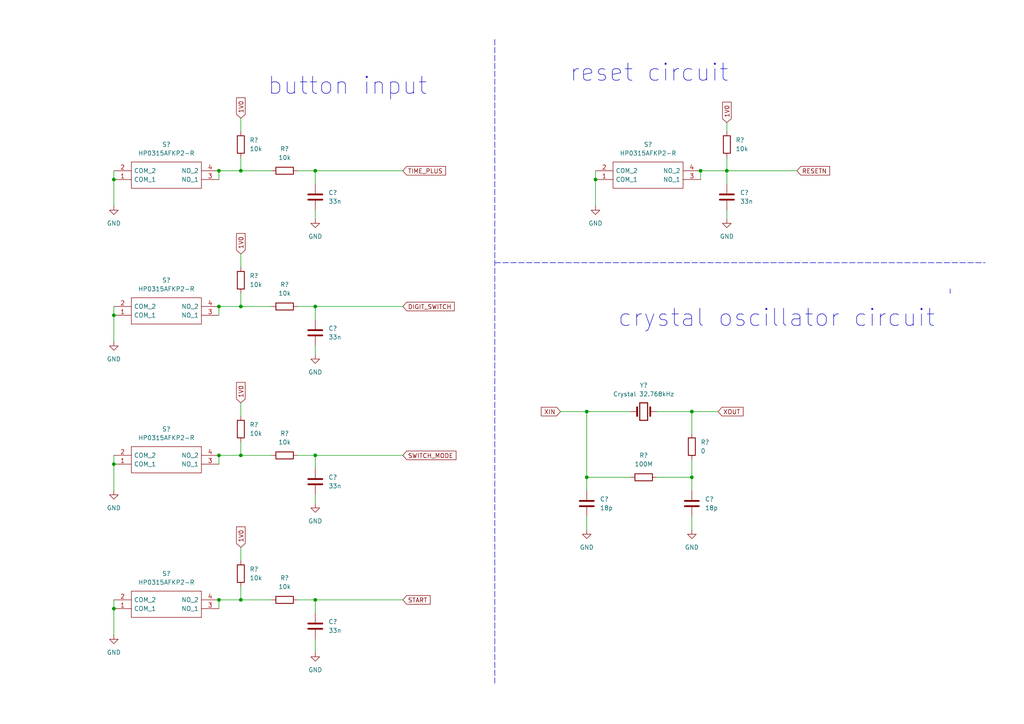
<source format=kicad_sch>
(kicad_sch (version 20211123) (generator eeschema)

  (uuid f56fad20-5dc1-43c8-bc25-76a557f4d699)

  (paper "A4")

  (lib_symbols
    (symbol "Device:C" (pin_numbers hide) (pin_names (offset 0.254)) (in_bom yes) (on_board yes)
      (property "Reference" "C" (id 0) (at 0.635 2.54 0)
        (effects (font (size 1.27 1.27)) (justify left))
      )
      (property "Value" "C" (id 1) (at 0.635 -2.54 0)
        (effects (font (size 1.27 1.27)) (justify left))
      )
      (property "Footprint" "" (id 2) (at 0.9652 -3.81 0)
        (effects (font (size 1.27 1.27)) hide)
      )
      (property "Datasheet" "~" (id 3) (at 0 0 0)
        (effects (font (size 1.27 1.27)) hide)
      )
      (property "ki_keywords" "cap capacitor" (id 4) (at 0 0 0)
        (effects (font (size 1.27 1.27)) hide)
      )
      (property "ki_description" "Unpolarized capacitor" (id 5) (at 0 0 0)
        (effects (font (size 1.27 1.27)) hide)
      )
      (property "ki_fp_filters" "C_*" (id 6) (at 0 0 0)
        (effects (font (size 1.27 1.27)) hide)
      )
      (symbol "C_0_1"
        (polyline
          (pts
            (xy -2.032 -0.762)
            (xy 2.032 -0.762)
          )
          (stroke (width 0.508) (type default) (color 0 0 0 0))
          (fill (type none))
        )
        (polyline
          (pts
            (xy -2.032 0.762)
            (xy 2.032 0.762)
          )
          (stroke (width 0.508) (type default) (color 0 0 0 0))
          (fill (type none))
        )
      )
      (symbol "C_1_1"
        (pin passive line (at 0 3.81 270) (length 2.794)
          (name "~" (effects (font (size 1.27 1.27))))
          (number "1" (effects (font (size 1.27 1.27))))
        )
        (pin passive line (at 0 -3.81 90) (length 2.794)
          (name "~" (effects (font (size 1.27 1.27))))
          (number "2" (effects (font (size 1.27 1.27))))
        )
      )
    )
    (symbol "Device:Crystal" (pin_numbers hide) (pin_names (offset 1.016) hide) (in_bom yes) (on_board yes)
      (property "Reference" "Y" (id 0) (at 0 3.81 0)
        (effects (font (size 1.27 1.27)))
      )
      (property "Value" "Crystal" (id 1) (at 0 -3.81 0)
        (effects (font (size 1.27 1.27)))
      )
      (property "Footprint" "" (id 2) (at 0 0 0)
        (effects (font (size 1.27 1.27)) hide)
      )
      (property "Datasheet" "~" (id 3) (at 0 0 0)
        (effects (font (size 1.27 1.27)) hide)
      )
      (property "ki_keywords" "quartz ceramic resonator oscillator" (id 4) (at 0 0 0)
        (effects (font (size 1.27 1.27)) hide)
      )
      (property "ki_description" "Two pin crystal" (id 5) (at 0 0 0)
        (effects (font (size 1.27 1.27)) hide)
      )
      (property "ki_fp_filters" "Crystal*" (id 6) (at 0 0 0)
        (effects (font (size 1.27 1.27)) hide)
      )
      (symbol "Crystal_0_1"
        (rectangle (start -1.143 2.54) (end 1.143 -2.54)
          (stroke (width 0.3048) (type default) (color 0 0 0 0))
          (fill (type none))
        )
        (polyline
          (pts
            (xy -2.54 0)
            (xy -1.905 0)
          )
          (stroke (width 0) (type default) (color 0 0 0 0))
          (fill (type none))
        )
        (polyline
          (pts
            (xy -1.905 -1.27)
            (xy -1.905 1.27)
          )
          (stroke (width 0.508) (type default) (color 0 0 0 0))
          (fill (type none))
        )
        (polyline
          (pts
            (xy 1.905 -1.27)
            (xy 1.905 1.27)
          )
          (stroke (width 0.508) (type default) (color 0 0 0 0))
          (fill (type none))
        )
        (polyline
          (pts
            (xy 2.54 0)
            (xy 1.905 0)
          )
          (stroke (width 0) (type default) (color 0 0 0 0))
          (fill (type none))
        )
      )
      (symbol "Crystal_1_1"
        (pin passive line (at -3.81 0 0) (length 1.27)
          (name "1" (effects (font (size 1.27 1.27))))
          (number "1" (effects (font (size 1.27 1.27))))
        )
        (pin passive line (at 3.81 0 180) (length 1.27)
          (name "2" (effects (font (size 1.27 1.27))))
          (number "2" (effects (font (size 1.27 1.27))))
        )
      )
    )
    (symbol "Device:R" (pin_numbers hide) (pin_names (offset 0)) (in_bom yes) (on_board yes)
      (property "Reference" "R" (id 0) (at 2.032 0 90)
        (effects (font (size 1.27 1.27)))
      )
      (property "Value" "R" (id 1) (at 0 0 90)
        (effects (font (size 1.27 1.27)))
      )
      (property "Footprint" "" (id 2) (at -1.778 0 90)
        (effects (font (size 1.27 1.27)) hide)
      )
      (property "Datasheet" "~" (id 3) (at 0 0 0)
        (effects (font (size 1.27 1.27)) hide)
      )
      (property "ki_keywords" "R res resistor" (id 4) (at 0 0 0)
        (effects (font (size 1.27 1.27)) hide)
      )
      (property "ki_description" "Resistor" (id 5) (at 0 0 0)
        (effects (font (size 1.27 1.27)) hide)
      )
      (property "ki_fp_filters" "R_*" (id 6) (at 0 0 0)
        (effects (font (size 1.27 1.27)) hide)
      )
      (symbol "R_0_1"
        (rectangle (start -1.016 -2.54) (end 1.016 2.54)
          (stroke (width 0.254) (type default) (color 0 0 0 0))
          (fill (type none))
        )
      )
      (symbol "R_1_1"
        (pin passive line (at 0 3.81 270) (length 1.27)
          (name "~" (effects (font (size 1.27 1.27))))
          (number "1" (effects (font (size 1.27 1.27))))
        )
        (pin passive line (at 0 -3.81 90) (length 1.27)
          (name "~" (effects (font (size 1.27 1.27))))
          (number "2" (effects (font (size 1.27 1.27))))
        )
      )
    )
    (symbol "button:HP0315AFKP2-R" (pin_names (offset 0.762)) (in_bom yes) (on_board yes)
      (property "Reference" "S" (id 0) (at 26.67 7.62 0)
        (effects (font (size 1.27 1.27)) (justify left))
      )
      (property "Value" "HP0315AFKP2-R" (id 1) (at 26.67 5.08 0)
        (effects (font (size 1.27 1.27)) (justify left))
      )
      (property "Footprint" "HP0315AFKP2R" (id 2) (at 26.67 2.54 0)
        (effects (font (size 1.27 1.27)) (justify left) hide)
      )
      (property "Datasheet" "https://www.nkkswitches.com/pdf/HP03-2.pdf" (id 3) (at 26.67 0 0)
        (effects (font (size 1.27 1.27)) (justify left) hide)
      )
      (property "Description" "Tactile Switches SPST OFF-(ON) 3VA BLK FLAT BUTTON SMT" (id 4) (at 26.67 -2.54 0)
        (effects (font (size 1.27 1.27)) (justify left) hide)
      )
      (property "Height" "4.4" (id 5) (at 26.67 -5.08 0)
        (effects (font (size 1.27 1.27)) (justify left) hide)
      )
      (property "Manufacturer_Name" "NKK Switches" (id 6) (at 26.67 -7.62 0)
        (effects (font (size 1.27 1.27)) (justify left) hide)
      )
      (property "Manufacturer_Part_Number" "HP0315AFKP2-R" (id 7) (at 26.67 -10.16 0)
        (effects (font (size 1.27 1.27)) (justify left) hide)
      )
      (property "Mouser Part Number" "633-HP0315AFKP2-R" (id 8) (at 26.67 -12.7 0)
        (effects (font (size 1.27 1.27)) (justify left) hide)
      )
      (property "Mouser Price/Stock" "https://www.mouser.co.uk/ProductDetail/NKK-Switches/HP0315AFKP2-R?qs=Ss9ZrulIkejyAEbL8pdBDg%3D%3D" (id 9) (at 26.67 -15.24 0)
        (effects (font (size 1.27 1.27)) (justify left) hide)
      )
      (property "Arrow Part Number" "HP0315AFKP2-R" (id 10) (at 26.67 -17.78 0)
        (effects (font (size 1.27 1.27)) (justify left) hide)
      )
      (property "Arrow Price/Stock" "https://www.arrow.com/en/products/hp0315afkp2-r/nkk-switches?region=nac" (id 11) (at 26.67 -20.32 0)
        (effects (font (size 1.27 1.27)) (justify left) hide)
      )
      (property "Mouser Testing Part Number" "" (id 12) (at 26.67 -22.86 0)
        (effects (font (size 1.27 1.27)) (justify left) hide)
      )
      (property "Mouser Testing Price/Stock" "" (id 13) (at 26.67 -25.4 0)
        (effects (font (size 1.27 1.27)) (justify left) hide)
      )
      (property "ki_description" "Tactile Switches SPST OFF-(ON) 3VA BLK FLAT BUTTON SMT" (id 14) (at 0 0 0)
        (effects (font (size 1.27 1.27)) hide)
      )
      (symbol "HP0315AFKP2-R_0_0"
        (pin passive line (at 30.48 0 180) (length 5.08)
          (name "COM_1" (effects (font (size 1.27 1.27))))
          (number "1" (effects (font (size 1.27 1.27))))
        )
        (pin passive line (at 30.48 -2.54 180) (length 5.08)
          (name "COM_2" (effects (font (size 1.27 1.27))))
          (number "2" (effects (font (size 1.27 1.27))))
        )
        (pin passive line (at 0 0 0) (length 5.08)
          (name "NO_1" (effects (font (size 1.27 1.27))))
          (number "3" (effects (font (size 1.27 1.27))))
        )
        (pin passive line (at 0 -2.54 0) (length 5.08)
          (name "NO_2" (effects (font (size 1.27 1.27))))
          (number "4" (effects (font (size 1.27 1.27))))
        )
      )
      (symbol "HP0315AFKP2-R_0_1"
        (polyline
          (pts
            (xy 5.08 2.54)
            (xy 25.4 2.54)
            (xy 25.4 -5.08)
            (xy 5.08 -5.08)
            (xy 5.08 2.54)
          )
          (stroke (width 0.1524) (type default) (color 0 0 0 0))
          (fill (type none))
        )
      )
    )
    (symbol "power:GND" (power) (pin_names (offset 0)) (in_bom yes) (on_board yes)
      (property "Reference" "#PWR" (id 0) (at 0 -6.35 0)
        (effects (font (size 1.27 1.27)) hide)
      )
      (property "Value" "GND" (id 1) (at 0 -3.81 0)
        (effects (font (size 1.27 1.27)))
      )
      (property "Footprint" "" (id 2) (at 0 0 0)
        (effects (font (size 1.27 1.27)) hide)
      )
      (property "Datasheet" "" (id 3) (at 0 0 0)
        (effects (font (size 1.27 1.27)) hide)
      )
      (property "ki_keywords" "power-flag" (id 4) (at 0 0 0)
        (effects (font (size 1.27 1.27)) hide)
      )
      (property "ki_description" "Power symbol creates a global label with name \"GND\" , ground" (id 5) (at 0 0 0)
        (effects (font (size 1.27 1.27)) hide)
      )
      (symbol "GND_0_1"
        (polyline
          (pts
            (xy 0 0)
            (xy 0 -1.27)
            (xy 1.27 -1.27)
            (xy 0 -2.54)
            (xy -1.27 -1.27)
            (xy 0 -1.27)
          )
          (stroke (width 0) (type default) (color 0 0 0 0))
          (fill (type none))
        )
      )
      (symbol "GND_1_1"
        (pin power_in line (at 0 0 270) (length 0) hide
          (name "GND" (effects (font (size 1.27 1.27))))
          (number "1" (effects (font (size 1.27 1.27))))
        )
      )
    )
  )

  (junction (at 172.72 52.07) (diameter 0) (color 0 0 0 0)
    (uuid 0279080b-9819-4545-9bd8-a3f1b76bfedd)
  )
  (junction (at 91.44 132.08) (diameter 0) (color 0 0 0 0)
    (uuid 051bf81c-4c74-483d-8c46-b63e75f56c85)
  )
  (junction (at 91.44 173.99) (diameter 0) (color 0 0 0 0)
    (uuid 09989336-cb41-4a74-a163-6c83802b90e8)
  )
  (junction (at 91.44 88.9) (diameter 0) (color 0 0 0 0)
    (uuid 0c5ece8b-b36d-44d1-9add-b27d1b093cbf)
  )
  (junction (at 63.5 88.9) (diameter 0) (color 0 0 0 0)
    (uuid 0d91db5b-74d4-40ac-891e-baddf0946ff9)
  )
  (junction (at 33.02 52.07) (diameter 0) (color 0 0 0 0)
    (uuid 28706b57-4ed9-47a4-8575-1ac164d62f66)
  )
  (junction (at 69.85 88.9) (diameter 0) (color 0 0 0 0)
    (uuid 2c420c5e-e99f-4245-8e11-1f49105843b0)
  )
  (junction (at 91.44 49.53) (diameter 0) (color 0 0 0 0)
    (uuid 34812eaf-67de-4425-8d9c-c9c74229a640)
  )
  (junction (at 203.2 49.53) (diameter 0) (color 0 0 0 0)
    (uuid 4b1062e0-6b6b-4707-be8d-618a7ea99836)
  )
  (junction (at 69.85 49.53) (diameter 0) (color 0 0 0 0)
    (uuid 5dd623c9-3cd6-4648-9b30-2109f4e41536)
  )
  (junction (at 63.5 49.53) (diameter 0) (color 0 0 0 0)
    (uuid 5fa3ae67-254f-42df-9784-05d4cfaec696)
  )
  (junction (at 69.85 132.08) (diameter 0) (color 0 0 0 0)
    (uuid 7f7cacd4-17f5-43a2-90df-74fc62171da4)
  )
  (junction (at 69.85 173.99) (diameter 0) (color 0 0 0 0)
    (uuid 8500626a-0b85-497d-b8e1-b1cc0d5e6dc6)
  )
  (junction (at 170.18 138.43) (diameter 0) (color 0 0 0 0)
    (uuid 8686bf55-3cfd-4c47-9412-7a11478d0c58)
  )
  (junction (at 33.02 91.44) (diameter 0) (color 0 0 0 0)
    (uuid 8b2489f0-c662-4197-b182-78e0aa5f490b)
  )
  (junction (at 170.18 119.38) (diameter 0) (color 0 0 0 0)
    (uuid 9f095c9c-ebe9-48b3-8b1c-eab9e40e819b)
  )
  (junction (at 210.82 49.53) (diameter 0) (color 0 0 0 0)
    (uuid a2f709d2-c62f-4c02-b5b7-274528b69859)
  )
  (junction (at 63.5 173.99) (diameter 0) (color 0 0 0 0)
    (uuid a95c666c-077f-4101-af1d-e5175dc1b9c7)
  )
  (junction (at 200.66 138.43) (diameter 0) (color 0 0 0 0)
    (uuid b7b82d23-0d5d-40f8-9b18-7b0bfce3dcd3)
  )
  (junction (at 63.5 132.08) (diameter 0) (color 0 0 0 0)
    (uuid d10e8ce9-2423-4a73-b09e-761d85a0d056)
  )
  (junction (at 200.66 119.38) (diameter 0) (color 0 0 0 0)
    (uuid da0608b7-c712-4667-ba2d-ee74fcaf413c)
  )
  (junction (at 33.02 176.53) (diameter 0) (color 0 0 0 0)
    (uuid ec8adc7d-91f7-450d-a960-11f896ebe234)
  )
  (junction (at 33.02 134.62) (diameter 0) (color 0 0 0 0)
    (uuid fe238176-047c-4771-9273-88d6ccee0d66)
  )

  (wire (pts (xy 210.82 49.53) (xy 210.82 53.34))
    (stroke (width 0) (type default) (color 0 0 0 0))
    (uuid 02ca7c57-3bdd-4369-bc60-e7b5e6a5bea7)
  )
  (wire (pts (xy 86.36 49.53) (xy 91.44 49.53))
    (stroke (width 0) (type default) (color 0 0 0 0))
    (uuid 0f0d74ca-51b0-4711-a1b5-f0d5f48643bf)
  )
  (wire (pts (xy 33.02 49.53) (xy 33.02 52.07))
    (stroke (width 0) (type default) (color 0 0 0 0))
    (uuid 0f979f06-cba2-4611-a79b-01a1a748d9b6)
  )
  (wire (pts (xy 69.85 128.27) (xy 69.85 132.08))
    (stroke (width 0) (type default) (color 0 0 0 0))
    (uuid 13a09fc5-93c2-4699-aaa1-443a5eed412f)
  )
  (wire (pts (xy 91.44 49.53) (xy 116.84 49.53))
    (stroke (width 0) (type default) (color 0 0 0 0))
    (uuid 17348f23-9841-4c36-aea3-3841a458329f)
  )
  (wire (pts (xy 91.44 88.9) (xy 91.44 92.71))
    (stroke (width 0) (type default) (color 0 0 0 0))
    (uuid 17c7fde1-8fca-4907-8672-b187da80b755)
  )
  (wire (pts (xy 69.85 34.29) (xy 69.85 38.1))
    (stroke (width 0) (type default) (color 0 0 0 0))
    (uuid 1b7524ab-2402-4ad7-9095-bd398c4e2150)
  )
  (polyline (pts (xy 275.59 83.82) (xy 275.59 85.09))
    (stroke (width 0) (type default) (color 0 0 0 0))
    (uuid 1d12ef40-cd7e-43a8-9fce-e2fe5391065f)
  )

  (wire (pts (xy 200.66 149.86) (xy 200.66 153.67))
    (stroke (width 0) (type default) (color 0 0 0 0))
    (uuid 220a0dba-0c8a-46dc-9f61-278166a78cfc)
  )
  (wire (pts (xy 63.5 88.9) (xy 63.5 91.44))
    (stroke (width 0) (type default) (color 0 0 0 0))
    (uuid 256d6d93-9675-4848-ba0d-0711eb37f8c5)
  )
  (wire (pts (xy 69.85 173.99) (xy 78.74 173.99))
    (stroke (width 0) (type default) (color 0 0 0 0))
    (uuid 27283fa7-19f5-478d-8a60-361fb15555af)
  )
  (wire (pts (xy 91.44 132.08) (xy 91.44 135.89))
    (stroke (width 0) (type default) (color 0 0 0 0))
    (uuid 2cf0c94e-9219-4909-8973-30bdd24d11ae)
  )
  (wire (pts (xy 200.66 119.38) (xy 208.28 119.38))
    (stroke (width 0) (type default) (color 0 0 0 0))
    (uuid 2e3427ee-e597-4ad3-8779-44337e1c2156)
  )
  (wire (pts (xy 91.44 173.99) (xy 91.44 177.8))
    (stroke (width 0) (type default) (color 0 0 0 0))
    (uuid 2fa9cce0-5502-428b-bdb5-ebf8aa2f7bc6)
  )
  (wire (pts (xy 91.44 60.96) (xy 91.44 63.5))
    (stroke (width 0) (type default) (color 0 0 0 0))
    (uuid 318483b5-eb7a-4d14-bd6b-b3dccffcfd8c)
  )
  (wire (pts (xy 91.44 88.9) (xy 116.84 88.9))
    (stroke (width 0) (type default) (color 0 0 0 0))
    (uuid 33c76641-9b88-4685-8fc0-ca4a4044bc03)
  )
  (wire (pts (xy 69.85 88.9) (xy 78.74 88.9))
    (stroke (width 0) (type default) (color 0 0 0 0))
    (uuid 3abb356f-34f4-4b91-8265-5bf313e0c704)
  )
  (wire (pts (xy 200.66 119.38) (xy 200.66 125.73))
    (stroke (width 0) (type default) (color 0 0 0 0))
    (uuid 3cb16070-82c5-4e4b-86d8-b3be17cdb49b)
  )
  (wire (pts (xy 86.36 173.99) (xy 91.44 173.99))
    (stroke (width 0) (type default) (color 0 0 0 0))
    (uuid 3d01cf58-3428-4c8d-825b-20f89ccf7c40)
  )
  (wire (pts (xy 69.85 170.18) (xy 69.85 173.99))
    (stroke (width 0) (type default) (color 0 0 0 0))
    (uuid 416db674-4e0d-41f1-8c3c-d5c1026857e6)
  )
  (wire (pts (xy 91.44 132.08) (xy 116.84 132.08))
    (stroke (width 0) (type default) (color 0 0 0 0))
    (uuid 465a653f-7fbd-41e2-ba58-ef6c520dae61)
  )
  (wire (pts (xy 63.5 49.53) (xy 69.85 49.53))
    (stroke (width 0) (type default) (color 0 0 0 0))
    (uuid 4a3b8f4a-2f25-42cf-b45f-0d458ab13eeb)
  )
  (wire (pts (xy 210.82 60.96) (xy 210.82 63.5))
    (stroke (width 0) (type default) (color 0 0 0 0))
    (uuid 4b5c5b5f-0fc8-4ca7-bf8d-bc7f6a050d26)
  )
  (wire (pts (xy 91.44 143.51) (xy 91.44 146.05))
    (stroke (width 0) (type default) (color 0 0 0 0))
    (uuid 4f310b99-6308-4e14-9694-3b79779f2f8d)
  )
  (wire (pts (xy 63.5 88.9) (xy 69.85 88.9))
    (stroke (width 0) (type default) (color 0 0 0 0))
    (uuid 4facaf61-9054-4615-96e8-9b6307a5ca8c)
  )
  (wire (pts (xy 170.18 142.24) (xy 170.18 138.43))
    (stroke (width 0) (type default) (color 0 0 0 0))
    (uuid 5c00e4b0-afc0-4058-b04c-a179d6f620d5)
  )
  (wire (pts (xy 69.85 73.66) (xy 69.85 77.47))
    (stroke (width 0) (type default) (color 0 0 0 0))
    (uuid 5f519779-5a7b-480e-ab9d-9b62608f0b75)
  )
  (wire (pts (xy 33.02 91.44) (xy 33.02 99.06))
    (stroke (width 0) (type default) (color 0 0 0 0))
    (uuid 62491df5-1c05-47bb-bbc0-41f1833c695a)
  )
  (wire (pts (xy 91.44 49.53) (xy 91.44 53.34))
    (stroke (width 0) (type default) (color 0 0 0 0))
    (uuid 6258a15d-6d07-429a-a7e7-a5635cfcd29c)
  )
  (wire (pts (xy 170.18 138.43) (xy 170.18 119.38))
    (stroke (width 0) (type default) (color 0 0 0 0))
    (uuid 67de0437-3629-4094-bbc4-6eceec10bb13)
  )
  (wire (pts (xy 63.5 49.53) (xy 63.5 52.07))
    (stroke (width 0) (type default) (color 0 0 0 0))
    (uuid 6b8bf44f-292b-44f1-bee5-85979e86923f)
  )
  (wire (pts (xy 33.02 176.53) (xy 33.02 184.15))
    (stroke (width 0) (type default) (color 0 0 0 0))
    (uuid 6e82088c-30df-4d20-abcc-d22f9557813b)
  )
  (wire (pts (xy 210.82 35.56) (xy 210.82 38.1))
    (stroke (width 0) (type default) (color 0 0 0 0))
    (uuid 6e96c023-06b4-42ef-9957-90d48a0141d2)
  )
  (wire (pts (xy 203.2 49.53) (xy 210.82 49.53))
    (stroke (width 0) (type default) (color 0 0 0 0))
    (uuid 70679fa6-6280-457a-812d-1a97a2b7b143)
  )
  (wire (pts (xy 170.18 119.38) (xy 182.88 119.38))
    (stroke (width 0) (type default) (color 0 0 0 0))
    (uuid 7350b206-1bfd-40c5-9a16-a3fdb257387c)
  )
  (wire (pts (xy 170.18 138.43) (xy 182.88 138.43))
    (stroke (width 0) (type default) (color 0 0 0 0))
    (uuid 7519afd1-5063-4bf8-9f89-9f89f5d53539)
  )
  (wire (pts (xy 190.5 119.38) (xy 200.66 119.38))
    (stroke (width 0) (type default) (color 0 0 0 0))
    (uuid 7877826c-2754-42cb-a45d-5698bf2613d0)
  )
  (wire (pts (xy 33.02 173.99) (xy 33.02 176.53))
    (stroke (width 0) (type default) (color 0 0 0 0))
    (uuid 8320af6c-f7fc-4a21-aabf-9115264cb234)
  )
  (wire (pts (xy 86.36 88.9) (xy 91.44 88.9))
    (stroke (width 0) (type default) (color 0 0 0 0))
    (uuid 868ede82-3183-4c71-ace5-2103f1c385bd)
  )
  (wire (pts (xy 162.56 119.38) (xy 170.18 119.38))
    (stroke (width 0) (type default) (color 0 0 0 0))
    (uuid 8942d20c-b0a7-4e1e-ad0d-328175d22a97)
  )
  (wire (pts (xy 170.18 149.86) (xy 170.18 153.67))
    (stroke (width 0) (type default) (color 0 0 0 0))
    (uuid 8d41d112-8639-4ae3-9bab-4381a269b80b)
  )
  (polyline (pts (xy 143.51 11.43) (xy 143.51 198.12))
    (stroke (width 0) (type default) (color 0 0 0 0))
    (uuid 9f45abe0-04f0-405f-b746-0b2440820288)
  )

  (wire (pts (xy 172.72 49.53) (xy 172.72 52.07))
    (stroke (width 0) (type default) (color 0 0 0 0))
    (uuid a61307fd-a5a6-4ca5-9c8d-4d36292ae030)
  )
  (wire (pts (xy 172.72 52.07) (xy 172.72 59.69))
    (stroke (width 0) (type default) (color 0 0 0 0))
    (uuid aa2176e1-66a2-4f05-a899-9d7c4a6c8feb)
  )
  (wire (pts (xy 91.44 185.42) (xy 91.44 189.23))
    (stroke (width 0) (type default) (color 0 0 0 0))
    (uuid aee6ba6f-079d-4696-96e9-9d18d5488ac2)
  )
  (wire (pts (xy 91.44 100.33) (xy 91.44 102.87))
    (stroke (width 0) (type default) (color 0 0 0 0))
    (uuid b2a40398-b42c-4897-83b6-d93318a13b0b)
  )
  (wire (pts (xy 69.85 116.84) (xy 69.85 120.65))
    (stroke (width 0) (type default) (color 0 0 0 0))
    (uuid b3edaa5f-b9c6-46bc-ba6c-001eee50af71)
  )
  (wire (pts (xy 69.85 85.09) (xy 69.85 88.9))
    (stroke (width 0) (type default) (color 0 0 0 0))
    (uuid b3f53a3f-5c05-41d2-af5e-1fbf81982806)
  )
  (wire (pts (xy 200.66 133.35) (xy 200.66 138.43))
    (stroke (width 0) (type default) (color 0 0 0 0))
    (uuid b5db39db-6afa-49d8-bb7c-4addf65e4f6e)
  )
  (polyline (pts (xy 143.51 76.2) (xy 285.75 76.2))
    (stroke (width 0) (type default) (color 0 0 0 0))
    (uuid c1b42b5d-ce87-476b-9dce-48d935b69286)
  )

  (wire (pts (xy 210.82 49.53) (xy 231.14 49.53))
    (stroke (width 0) (type default) (color 0 0 0 0))
    (uuid c239a002-6289-4990-ab9b-858736f43347)
  )
  (wire (pts (xy 69.85 158.75) (xy 69.85 162.56))
    (stroke (width 0) (type default) (color 0 0 0 0))
    (uuid c36e2ea9-68e5-4981-93e5-a8da9720c0a4)
  )
  (wire (pts (xy 33.02 88.9) (xy 33.02 91.44))
    (stroke (width 0) (type default) (color 0 0 0 0))
    (uuid c398f463-a3bc-4a8c-85e4-4bf5eb42eed6)
  )
  (wire (pts (xy 190.5 138.43) (xy 200.66 138.43))
    (stroke (width 0) (type default) (color 0 0 0 0))
    (uuid c5f77df0-79e2-435b-bce8-5155308ad505)
  )
  (wire (pts (xy 63.5 173.99) (xy 69.85 173.99))
    (stroke (width 0) (type default) (color 0 0 0 0))
    (uuid c9d6de55-c21f-4726-ba32-094aa9f2b7a0)
  )
  (wire (pts (xy 33.02 132.08) (xy 33.02 134.62))
    (stroke (width 0) (type default) (color 0 0 0 0))
    (uuid cb35641f-cc85-4da7-bec9-52d2c66c22e1)
  )
  (wire (pts (xy 200.66 138.43) (xy 200.66 142.24))
    (stroke (width 0) (type default) (color 0 0 0 0))
    (uuid d777b694-181b-4c26-89a0-6f92022cac42)
  )
  (wire (pts (xy 69.85 45.72) (xy 69.85 49.53))
    (stroke (width 0) (type default) (color 0 0 0 0))
    (uuid d8b08fbd-b3a7-4aa4-8803-3ae1200195db)
  )
  (wire (pts (xy 63.5 173.99) (xy 63.5 176.53))
    (stroke (width 0) (type default) (color 0 0 0 0))
    (uuid e52b7d62-31da-496d-9a6f-335b7a003f4c)
  )
  (wire (pts (xy 69.85 49.53) (xy 78.74 49.53))
    (stroke (width 0) (type default) (color 0 0 0 0))
    (uuid e7caa624-9d3e-4433-950d-1abab7ac9c42)
  )
  (wire (pts (xy 69.85 132.08) (xy 78.74 132.08))
    (stroke (width 0) (type default) (color 0 0 0 0))
    (uuid e90a4e5a-fe52-4808-9cd0-b3bcab476f1e)
  )
  (wire (pts (xy 63.5 132.08) (xy 69.85 132.08))
    (stroke (width 0) (type default) (color 0 0 0 0))
    (uuid ea84b9ba-3b25-4ea1-8d96-0766ee5d0584)
  )
  (wire (pts (xy 91.44 173.99) (xy 116.84 173.99))
    (stroke (width 0) (type default) (color 0 0 0 0))
    (uuid ec74039a-336f-41ae-99bb-ff81afcc62e2)
  )
  (wire (pts (xy 33.02 52.07) (xy 33.02 59.69))
    (stroke (width 0) (type default) (color 0 0 0 0))
    (uuid ed4c037e-66f3-4aed-800f-cf15fd24c97a)
  )
  (wire (pts (xy 210.82 45.72) (xy 210.82 49.53))
    (stroke (width 0) (type default) (color 0 0 0 0))
    (uuid f16b0b78-a256-406a-adba-f1ea4fb9c6b8)
  )
  (wire (pts (xy 203.2 49.53) (xy 203.2 52.07))
    (stroke (width 0) (type default) (color 0 0 0 0))
    (uuid f3216c0c-4413-40b2-bceb-09166e0e680c)
  )
  (wire (pts (xy 33.02 134.62) (xy 33.02 142.24))
    (stroke (width 0) (type default) (color 0 0 0 0))
    (uuid f882d314-8073-4a40-921e-a3480cfd3116)
  )
  (wire (pts (xy 86.36 132.08) (xy 91.44 132.08))
    (stroke (width 0) (type default) (color 0 0 0 0))
    (uuid f924e847-3c62-41e9-aac7-85d3f2c132ad)
  )
  (wire (pts (xy 63.5 132.08) (xy 63.5 134.62))
    (stroke (width 0) (type default) (color 0 0 0 0))
    (uuid fe33daa3-5ba3-48e6-b458-d8e311b938d7)
  )

  (text "crystal oscillator circuit" (at 179.07 95.25 0)
    (effects (font (size 5 5)) (justify left bottom))
    (uuid 34af3063-c05a-46f5-8742-f5bd593b2163)
  )
  (text "reset circuit" (at 165.1 24.13 0)
    (effects (font (size 5 5)) (justify left bottom))
    (uuid 9ff25d0b-4034-4234-b097-e2d7ae6a5bc0)
  )
  (text "button input" (at 77.47 27.94 0)
    (effects (font (size 5 5)) (justify left bottom))
    (uuid b5303404-20dc-4c3f-912a-c39537619bb1)
  )

  (global_label "SWITCH_MODE" (shape input) (at 116.84 132.08 0) (fields_autoplaced)
    (effects (font (size 1.27 1.27)) (justify left))
    (uuid 2fa656b0-c11e-4b37-b340-c5619d4f25e9)
    (property "Intersheet References" "${INTERSHEET_REFS}" (id 0) (at 132.2555 132.0006 0)
      (effects (font (size 1.27 1.27)) (justify left) hide)
    )
  )
  (global_label "RESETN" (shape input) (at 231.14 49.53 0) (fields_autoplaced)
    (effects (font (size 1.27 1.27)) (justify left))
    (uuid 2fb5eee8-561a-4909-8be1-0216adfca29d)
    (property "Intersheet References" "${INTERSHEET_REFS}" (id 0) (at 240.6288 49.4506 0)
      (effects (font (size 1.27 1.27)) (justify left) hide)
    )
  )
  (global_label "TIME_PLUS" (shape input) (at 116.84 49.53 0) (fields_autoplaced)
    (effects (font (size 1.27 1.27)) (justify left))
    (uuid 6674a250-02e1-41c4-9946-2e32c241d319)
    (property "Intersheet References" "${INTERSHEET_REFS}" (id 0) (at 129.2317 49.4506 0)
      (effects (font (size 1.27 1.27)) (justify left) hide)
    )
  )
  (global_label "1V0" (shape input) (at 210.82 35.56 90) (fields_autoplaced)
    (effects (font (size 1.27 1.27)) (justify left))
    (uuid 848ef78b-53f0-4736-a20c-f266c685a91b)
    (property "Intersheet References" "${INTERSHEET_REFS}" (id 0) (at 210.7406 29.6393 90)
      (effects (font (size 1.27 1.27)) (justify left) hide)
    )
  )
  (global_label "1V0" (shape input) (at 69.85 116.84 90) (fields_autoplaced)
    (effects (font (size 1.27 1.27)) (justify left))
    (uuid 8c50642e-7dc4-4edd-8f55-f4e55e0ac59f)
    (property "Intersheet References" "${INTERSHEET_REFS}" (id 0) (at 69.7706 110.9193 90)
      (effects (font (size 1.27 1.27)) (justify left) hide)
    )
  )
  (global_label "DIGIT_SWITCH" (shape input) (at 116.84 88.9 0) (fields_autoplaced)
    (effects (font (size 1.27 1.27)) (justify left))
    (uuid 8d386f39-1211-4307-a2f2-03ecdd277bce)
    (property "Intersheet References" "${INTERSHEET_REFS}" (id 0) (at 131.7717 88.8206 0)
      (effects (font (size 1.27 1.27)) (justify left) hide)
    )
  )
  (global_label "XIN" (shape input) (at 162.56 119.38 180) (fields_autoplaced)
    (effects (font (size 1.27 1.27)) (justify right))
    (uuid 8f1ecbc5-3352-47ca-9c1c-6581f2e7e401)
    (property "Intersheet References" "${INTERSHEET_REFS}" (id 0) (at 157.0021 119.3006 0)
      (effects (font (size 1.27 1.27)) (justify right) hide)
    )
  )
  (global_label "1V0" (shape input) (at 69.85 158.75 90) (fields_autoplaced)
    (effects (font (size 1.27 1.27)) (justify left))
    (uuid a1563f3e-868f-4e70-b771-0cb720a00b5f)
    (property "Intersheet References" "${INTERSHEET_REFS}" (id 0) (at 69.7706 152.8293 90)
      (effects (font (size 1.27 1.27)) (justify left) hide)
    )
  )
  (global_label "1V0" (shape input) (at 69.85 34.29 90) (fields_autoplaced)
    (effects (font (size 1.27 1.27)) (justify left))
    (uuid a3f73c2b-a742-46c2-bede-bab7ddec76ee)
    (property "Intersheet References" "${INTERSHEET_REFS}" (id 0) (at 69.7706 28.3693 90)
      (effects (font (size 1.27 1.27)) (justify left) hide)
    )
  )
  (global_label "XOUT" (shape input) (at 208.28 119.38 0) (fields_autoplaced)
    (effects (font (size 1.27 1.27)) (justify left))
    (uuid b213aa75-f50f-4ba5-84e0-14be9cc67fe1)
    (property "Intersheet References" "${INTERSHEET_REFS}" (id 0) (at 215.5312 119.3006 0)
      (effects (font (size 1.27 1.27)) (justify left) hide)
    )
  )
  (global_label "START" (shape input) (at 116.84 173.99 0) (fields_autoplaced)
    (effects (font (size 1.27 1.27)) (justify left))
    (uuid d1ddde8c-9fcf-4ac2-8a5f-11c08613e56f)
    (property "Intersheet References" "${INTERSHEET_REFS}" (id 0) (at 124.7564 173.9106 0)
      (effects (font (size 1.27 1.27)) (justify left) hide)
    )
  )
  (global_label "1V0" (shape input) (at 69.85 73.66 90) (fields_autoplaced)
    (effects (font (size 1.27 1.27)) (justify left))
    (uuid dee80f21-e302-4a34-ac7e-af5162becafc)
    (property "Intersheet References" "${INTERSHEET_REFS}" (id 0) (at 69.7706 67.7393 90)
      (effects (font (size 1.27 1.27)) (justify left) hide)
    )
  )

  (symbol (lib_id "Device:C") (at 91.44 96.52 0) (unit 1)
    (in_bom yes) (on_board yes) (fields_autoplaced)
    (uuid 00f76b68-eb38-4aea-810f-3961c90f80b9)
    (property "Reference" "C?" (id 0) (at 95.25 95.2499 0)
      (effects (font (size 1.27 1.27)) (justify left))
    )
    (property "Value" "33n" (id 1) (at 95.25 97.7899 0)
      (effects (font (size 1.27 1.27)) (justify left))
    )
    (property "Footprint" "Capacitor_SMD:C_1206_3216Metric" (id 2) (at 92.4052 100.33 0)
      (effects (font (size 1.27 1.27)) hide)
    )
    (property "Datasheet" "~" (id 3) (at 91.44 96.52 0)
      (effects (font (size 1.27 1.27)) hide)
    )
    (pin "1" (uuid 99a653e2-dce4-4495-b3cd-60d029e8748c))
    (pin "2" (uuid 7863caa5-94ba-4075-b149-ab7653690a8c))
  )

  (symbol (lib_id "button:HP0315AFKP2-R") (at 63.5 91.44 180) (unit 1)
    (in_bom yes) (on_board yes) (fields_autoplaced)
    (uuid 04d1f505-1e1b-441a-8443-9deaf7661e8f)
    (property "Reference" "S?" (id 0) (at 48.26 81.28 0))
    (property "Value" "HP0315AFKP2-R" (id 1) (at 48.26 83.82 0))
    (property "Footprint" "HP0315AFKP2R" (id 2) (at 36.83 93.98 0)
      (effects (font (size 1.27 1.27)) (justify left) hide)
    )
    (property "Datasheet" "https://www.nkkswitches.com/pdf/HP03-2.pdf" (id 3) (at 36.83 91.44 0)
      (effects (font (size 1.27 1.27)) (justify left) hide)
    )
    (property "Description" "Tactile Switches SPST OFF-(ON) 3VA BLK FLAT BUTTON SMT" (id 4) (at 36.83 88.9 0)
      (effects (font (size 1.27 1.27)) (justify left) hide)
    )
    (property "Height" "4.4" (id 5) (at 36.83 86.36 0)
      (effects (font (size 1.27 1.27)) (justify left) hide)
    )
    (property "Manufacturer_Name" "NKK Switches" (id 6) (at 36.83 83.82 0)
      (effects (font (size 1.27 1.27)) (justify left) hide)
    )
    (property "Manufacturer_Part_Number" "HP0315AFKP2-R" (id 7) (at 36.83 81.28 0)
      (effects (font (size 1.27 1.27)) (justify left) hide)
    )
    (property "Mouser Part Number" "633-HP0315AFKP2-R" (id 8) (at 36.83 78.74 0)
      (effects (font (size 1.27 1.27)) (justify left) hide)
    )
    (property "Mouser Price/Stock" "https://www.mouser.co.uk/ProductDetail/NKK-Switches/HP0315AFKP2-R?qs=Ss9ZrulIkejyAEbL8pdBDg%3D%3D" (id 9) (at 36.83 76.2 0)
      (effects (font (size 1.27 1.27)) (justify left) hide)
    )
    (property "Arrow Part Number" "HP0315AFKP2-R" (id 10) (at 36.83 73.66 0)
      (effects (font (size 1.27 1.27)) (justify left) hide)
    )
    (property "Arrow Price/Stock" "https://www.arrow.com/en/products/hp0315afkp2-r/nkk-switches?region=nac" (id 11) (at 36.83 71.12 0)
      (effects (font (size 1.27 1.27)) (justify left) hide)
    )
    (property "Mouser Testing Part Number" "" (id 12) (at 36.83 68.58 0)
      (effects (font (size 1.27 1.27)) (justify left) hide)
    )
    (property "Mouser Testing Price/Stock" "" (id 13) (at 36.83 66.04 0)
      (effects (font (size 1.27 1.27)) (justify left) hide)
    )
    (pin "1" (uuid e6d0a83c-28e0-485d-bb8e-17d14ff07cb1))
    (pin "2" (uuid 7d901036-7d45-4098-b98f-7703abf2e984))
    (pin "3" (uuid 8a596bf6-6d93-4908-87d0-91794b9614e4))
    (pin "4" (uuid c3a3b2ea-25b3-4685-ada6-bb75a4afb23a))
  )

  (symbol (lib_id "Device:C") (at 200.66 146.05 0) (unit 1)
    (in_bom yes) (on_board yes) (fields_autoplaced)
    (uuid 079cbf04-18c7-4c58-a71b-df55e98d1d81)
    (property "Reference" "C?" (id 0) (at 204.47 144.7799 0)
      (effects (font (size 1.27 1.27)) (justify left))
    )
    (property "Value" "18p" (id 1) (at 204.47 147.3199 0)
      (effects (font (size 1.27 1.27)) (justify left))
    )
    (property "Footprint" "Capacitor_SMD:C_1206_3216Metric" (id 2) (at 201.6252 149.86 0)
      (effects (font (size 1.27 1.27)) hide)
    )
    (property "Datasheet" "~" (id 3) (at 200.66 146.05 0)
      (effects (font (size 1.27 1.27)) hide)
    )
    (pin "1" (uuid 87f6d5af-5b7b-493a-8085-b52463cd3cb5))
    (pin "2" (uuid 95e61cfb-a069-467a-a977-3878af0ad4eb))
  )

  (symbol (lib_id "power:GND") (at 33.02 142.24 0) (unit 1)
    (in_bom yes) (on_board yes) (fields_autoplaced)
    (uuid 0a3854ce-5cce-4af9-9d49-3e31b8d0a45f)
    (property "Reference" "#PWR?" (id 0) (at 33.02 148.59 0)
      (effects (font (size 1.27 1.27)) hide)
    )
    (property "Value" "GND" (id 1) (at 33.02 147.32 0))
    (property "Footprint" "" (id 2) (at 33.02 142.24 0)
      (effects (font (size 1.27 1.27)) hide)
    )
    (property "Datasheet" "" (id 3) (at 33.02 142.24 0)
      (effects (font (size 1.27 1.27)) hide)
    )
    (pin "1" (uuid dfe34da9-60b4-452c-9890-cecd20fad153))
  )

  (symbol (lib_id "Device:R") (at 82.55 49.53 90) (unit 1)
    (in_bom yes) (on_board yes) (fields_autoplaced)
    (uuid 0ea13764-eaa3-4e5d-8c83-0ac0a6cfc795)
    (property "Reference" "R?" (id 0) (at 82.55 43.18 90))
    (property "Value" "10k" (id 1) (at 82.55 45.72 90))
    (property "Footprint" "Resistor_SMD:R_1206_3216Metric" (id 2) (at 82.55 51.308 90)
      (effects (font (size 1.27 1.27)) hide)
    )
    (property "Datasheet" "~" (id 3) (at 82.55 49.53 0)
      (effects (font (size 1.27 1.27)) hide)
    )
    (pin "1" (uuid 03f5c82f-12fe-4dad-96fb-1881fad3a0ac))
    (pin "2" (uuid 7783ba58-6a6d-455f-92e3-82ebe858678a))
  )

  (symbol (lib_id "Device:R") (at 82.55 132.08 90) (unit 1)
    (in_bom yes) (on_board yes) (fields_autoplaced)
    (uuid 1c411985-0871-49e8-86c1-def5750c02c8)
    (property "Reference" "R?" (id 0) (at 82.55 125.73 90))
    (property "Value" "10k" (id 1) (at 82.55 128.27 90))
    (property "Footprint" "Resistor_SMD:R_1206_3216Metric" (id 2) (at 82.55 133.858 90)
      (effects (font (size 1.27 1.27)) hide)
    )
    (property "Datasheet" "~" (id 3) (at 82.55 132.08 0)
      (effects (font (size 1.27 1.27)) hide)
    )
    (pin "1" (uuid a6f28b6c-e11b-4d98-ad1a-b26065ac6928))
    (pin "2" (uuid 551ea713-f56a-4aea-a186-b4ec3198c2c5))
  )

  (symbol (lib_id "power:GND") (at 91.44 146.05 0) (unit 1)
    (in_bom yes) (on_board yes) (fields_autoplaced)
    (uuid 1d19ff03-edd0-43aa-b3d8-0e55d3660c91)
    (property "Reference" "#PWR?" (id 0) (at 91.44 152.4 0)
      (effects (font (size 1.27 1.27)) hide)
    )
    (property "Value" "GND" (id 1) (at 91.44 151.13 0))
    (property "Footprint" "" (id 2) (at 91.44 146.05 0)
      (effects (font (size 1.27 1.27)) hide)
    )
    (property "Datasheet" "" (id 3) (at 91.44 146.05 0)
      (effects (font (size 1.27 1.27)) hide)
    )
    (pin "1" (uuid 4d4f9c56-d925-4c61-a09f-7736b7ebcda3))
  )

  (symbol (lib_id "Device:C") (at 170.18 146.05 0) (unit 1)
    (in_bom yes) (on_board yes) (fields_autoplaced)
    (uuid 20b2f0be-3edb-4fc3-9237-865c0668c6a7)
    (property "Reference" "C?" (id 0) (at 173.99 144.7799 0)
      (effects (font (size 1.27 1.27)) (justify left))
    )
    (property "Value" "18p" (id 1) (at 173.99 147.3199 0)
      (effects (font (size 1.27 1.27)) (justify left))
    )
    (property "Footprint" "Capacitor_SMD:C_1206_3216Metric" (id 2) (at 171.1452 149.86 0)
      (effects (font (size 1.27 1.27)) hide)
    )
    (property "Datasheet" "~" (id 3) (at 170.18 146.05 0)
      (effects (font (size 1.27 1.27)) hide)
    )
    (pin "1" (uuid c4942760-a4ed-4ace-8825-f8ed26dd961c))
    (pin "2" (uuid e1637ca6-fc23-45b9-ae4e-7a87b7adc5ed))
  )

  (symbol (lib_id "power:GND") (at 170.18 153.67 0) (unit 1)
    (in_bom yes) (on_board yes) (fields_autoplaced)
    (uuid 227a7671-4497-412b-8293-e05242b57300)
    (property "Reference" "#PWR?" (id 0) (at 170.18 160.02 0)
      (effects (font (size 1.27 1.27)) hide)
    )
    (property "Value" "GND" (id 1) (at 170.18 158.75 0))
    (property "Footprint" "" (id 2) (at 170.18 153.67 0)
      (effects (font (size 1.27 1.27)) hide)
    )
    (property "Datasheet" "" (id 3) (at 170.18 153.67 0)
      (effects (font (size 1.27 1.27)) hide)
    )
    (pin "1" (uuid 92872002-43a1-4353-8910-5cae66a8cdb1))
  )

  (symbol (lib_id "button:HP0315AFKP2-R") (at 63.5 176.53 180) (unit 1)
    (in_bom yes) (on_board yes) (fields_autoplaced)
    (uuid 25c2e50f-aa4f-4ea9-b6d9-cee6a8651f08)
    (property "Reference" "S?" (id 0) (at 48.26 166.37 0))
    (property "Value" "HP0315AFKP2-R" (id 1) (at 48.26 168.91 0))
    (property "Footprint" "HP0315AFKP2R" (id 2) (at 36.83 179.07 0)
      (effects (font (size 1.27 1.27)) (justify left) hide)
    )
    (property "Datasheet" "https://www.nkkswitches.com/pdf/HP03-2.pdf" (id 3) (at 36.83 176.53 0)
      (effects (font (size 1.27 1.27)) (justify left) hide)
    )
    (property "Description" "Tactile Switches SPST OFF-(ON) 3VA BLK FLAT BUTTON SMT" (id 4) (at 36.83 173.99 0)
      (effects (font (size 1.27 1.27)) (justify left) hide)
    )
    (property "Height" "4.4" (id 5) (at 36.83 171.45 0)
      (effects (font (size 1.27 1.27)) (justify left) hide)
    )
    (property "Manufacturer_Name" "NKK Switches" (id 6) (at 36.83 168.91 0)
      (effects (font (size 1.27 1.27)) (justify left) hide)
    )
    (property "Manufacturer_Part_Number" "HP0315AFKP2-R" (id 7) (at 36.83 166.37 0)
      (effects (font (size 1.27 1.27)) (justify left) hide)
    )
    (property "Mouser Part Number" "633-HP0315AFKP2-R" (id 8) (at 36.83 163.83 0)
      (effects (font (size 1.27 1.27)) (justify left) hide)
    )
    (property "Mouser Price/Stock" "https://www.mouser.co.uk/ProductDetail/NKK-Switches/HP0315AFKP2-R?qs=Ss9ZrulIkejyAEbL8pdBDg%3D%3D" (id 9) (at 36.83 161.29 0)
      (effects (font (size 1.27 1.27)) (justify left) hide)
    )
    (property "Arrow Part Number" "HP0315AFKP2-R" (id 10) (at 36.83 158.75 0)
      (effects (font (size 1.27 1.27)) (justify left) hide)
    )
    (property "Arrow Price/Stock" "https://www.arrow.com/en/products/hp0315afkp2-r/nkk-switches?region=nac" (id 11) (at 36.83 156.21 0)
      (effects (font (size 1.27 1.27)) (justify left) hide)
    )
    (property "Mouser Testing Part Number" "" (id 12) (at 36.83 153.67 0)
      (effects (font (size 1.27 1.27)) (justify left) hide)
    )
    (property "Mouser Testing Price/Stock" "" (id 13) (at 36.83 151.13 0)
      (effects (font (size 1.27 1.27)) (justify left) hide)
    )
    (pin "1" (uuid b420ca7e-139f-4efd-8d58-54d09418ba67))
    (pin "2" (uuid 5fed131c-bc3b-40f4-bcd8-656d31de31b2))
    (pin "3" (uuid be4fede4-db96-46c1-9a8a-bf2b66305000))
    (pin "4" (uuid 4f6c3009-9cd3-4a94-8a7f-0d2d1a1d7656))
  )

  (symbol (lib_id "button:HP0315AFKP2-R") (at 63.5 52.07 180) (unit 1)
    (in_bom yes) (on_board yes) (fields_autoplaced)
    (uuid 367ca064-c3ff-44b8-891d-5e2077d80332)
    (property "Reference" "S?" (id 0) (at 48.26 41.91 0))
    (property "Value" "HP0315AFKP2-R" (id 1) (at 48.26 44.45 0))
    (property "Footprint" "HP0315AFKP2R" (id 2) (at 36.83 54.61 0)
      (effects (font (size 1.27 1.27)) (justify left) hide)
    )
    (property "Datasheet" "https://www.nkkswitches.com/pdf/HP03-2.pdf" (id 3) (at 36.83 52.07 0)
      (effects (font (size 1.27 1.27)) (justify left) hide)
    )
    (property "Description" "Tactile Switches SPST OFF-(ON) 3VA BLK FLAT BUTTON SMT" (id 4) (at 36.83 49.53 0)
      (effects (font (size 1.27 1.27)) (justify left) hide)
    )
    (property "Height" "4.4" (id 5) (at 36.83 46.99 0)
      (effects (font (size 1.27 1.27)) (justify left) hide)
    )
    (property "Manufacturer_Name" "NKK Switches" (id 6) (at 36.83 44.45 0)
      (effects (font (size 1.27 1.27)) (justify left) hide)
    )
    (property "Manufacturer_Part_Number" "HP0315AFKP2-R" (id 7) (at 36.83 41.91 0)
      (effects (font (size 1.27 1.27)) (justify left) hide)
    )
    (property "Mouser Part Number" "633-HP0315AFKP2-R" (id 8) (at 36.83 39.37 0)
      (effects (font (size 1.27 1.27)) (justify left) hide)
    )
    (property "Mouser Price/Stock" "https://www.mouser.co.uk/ProductDetail/NKK-Switches/HP0315AFKP2-R?qs=Ss9ZrulIkejyAEbL8pdBDg%3D%3D" (id 9) (at 36.83 36.83 0)
      (effects (font (size 1.27 1.27)) (justify left) hide)
    )
    (property "Arrow Part Number" "HP0315AFKP2-R" (id 10) (at 36.83 34.29 0)
      (effects (font (size 1.27 1.27)) (justify left) hide)
    )
    (property "Arrow Price/Stock" "https://www.arrow.com/en/products/hp0315afkp2-r/nkk-switches?region=nac" (id 11) (at 36.83 31.75 0)
      (effects (font (size 1.27 1.27)) (justify left) hide)
    )
    (property "Mouser Testing Part Number" "" (id 12) (at 36.83 29.21 0)
      (effects (font (size 1.27 1.27)) (justify left) hide)
    )
    (property "Mouser Testing Price/Stock" "" (id 13) (at 36.83 26.67 0)
      (effects (font (size 1.27 1.27)) (justify left) hide)
    )
    (pin "1" (uuid 54dd83c8-f5ca-4993-9aff-ce22e0651bcd))
    (pin "2" (uuid c06bfac6-8cf8-4d47-bf04-616e91e7c29f))
    (pin "3" (uuid e32bbb06-8693-4db6-84d9-e89b3e2c4abd))
    (pin "4" (uuid f2f750b5-ec06-4e8b-ae18-6bec81873200))
  )

  (symbol (lib_id "Device:R") (at 82.55 88.9 90) (unit 1)
    (in_bom yes) (on_board yes) (fields_autoplaced)
    (uuid 38cbfdb7-0dc1-497d-900d-a5d5371c6d1b)
    (property "Reference" "R?" (id 0) (at 82.55 82.55 90))
    (property "Value" "10k" (id 1) (at 82.55 85.09 90))
    (property "Footprint" "Resistor_SMD:R_1206_3216Metric" (id 2) (at 82.55 90.678 90)
      (effects (font (size 1.27 1.27)) hide)
    )
    (property "Datasheet" "~" (id 3) (at 82.55 88.9 0)
      (effects (font (size 1.27 1.27)) hide)
    )
    (pin "1" (uuid 42a5b7c6-fe71-47e2-9948-395d18dff11c))
    (pin "2" (uuid 633db7bc-4983-4d27-b442-52f03b1b4c2d))
  )

  (symbol (lib_id "Device:R") (at 82.55 173.99 90) (unit 1)
    (in_bom yes) (on_board yes) (fields_autoplaced)
    (uuid 418f0bc8-a231-4d1b-bab1-d5b588eed0d8)
    (property "Reference" "R?" (id 0) (at 82.55 167.64 90))
    (property "Value" "10k" (id 1) (at 82.55 170.18 90))
    (property "Footprint" "Resistor_SMD:R_1206_3216Metric" (id 2) (at 82.55 175.768 90)
      (effects (font (size 1.27 1.27)) hide)
    )
    (property "Datasheet" "~" (id 3) (at 82.55 173.99 0)
      (effects (font (size 1.27 1.27)) hide)
    )
    (pin "1" (uuid 6074a4d9-0711-4185-a562-81f6b962f6bd))
    (pin "2" (uuid e0c30565-6fe0-47b5-a49d-fb570f7dac3b))
  )

  (symbol (lib_id "Device:R") (at 69.85 41.91 0) (unit 1)
    (in_bom yes) (on_board yes) (fields_autoplaced)
    (uuid 47a927aa-5786-47ac-b30a-98f08a557112)
    (property "Reference" "R?" (id 0) (at 72.39 40.6399 0)
      (effects (font (size 1.27 1.27)) (justify left))
    )
    (property "Value" "10k" (id 1) (at 72.39 43.1799 0)
      (effects (font (size 1.27 1.27)) (justify left))
    )
    (property "Footprint" "Resistor_SMD:R_1206_3216Metric" (id 2) (at 68.072 41.91 90)
      (effects (font (size 1.27 1.27)) hide)
    )
    (property "Datasheet" "~" (id 3) (at 69.85 41.91 0)
      (effects (font (size 1.27 1.27)) hide)
    )
    (pin "1" (uuid 8791c3b6-3bd4-4fe7-875b-7050a3805fa9))
    (pin "2" (uuid eaa00cc6-149d-49c3-b878-89c6077cf2fa))
  )

  (symbol (lib_id "Device:C") (at 91.44 181.61 0) (unit 1)
    (in_bom yes) (on_board yes) (fields_autoplaced)
    (uuid 47e5a679-c981-45d7-8469-e74f2639842a)
    (property "Reference" "C?" (id 0) (at 95.25 180.3399 0)
      (effects (font (size 1.27 1.27)) (justify left))
    )
    (property "Value" "33n" (id 1) (at 95.25 182.8799 0)
      (effects (font (size 1.27 1.27)) (justify left))
    )
    (property "Footprint" "Capacitor_SMD:C_1206_3216Metric" (id 2) (at 92.4052 185.42 0)
      (effects (font (size 1.27 1.27)) hide)
    )
    (property "Datasheet" "~" (id 3) (at 91.44 181.61 0)
      (effects (font (size 1.27 1.27)) hide)
    )
    (pin "1" (uuid fe32f4c0-c544-41c5-a3dc-e3ae4202e310))
    (pin "2" (uuid 5ee12d6c-17a8-4c87-bdcf-3a0959b7ab37))
  )

  (symbol (lib_id "Device:R") (at 69.85 81.28 0) (unit 1)
    (in_bom yes) (on_board yes) (fields_autoplaced)
    (uuid 49d07d97-beaa-45ad-87b0-85fa862b3f0a)
    (property "Reference" "R?" (id 0) (at 72.39 80.0099 0)
      (effects (font (size 1.27 1.27)) (justify left))
    )
    (property "Value" "10k" (id 1) (at 72.39 82.5499 0)
      (effects (font (size 1.27 1.27)) (justify left))
    )
    (property "Footprint" "Resistor_SMD:R_1206_3216Metric" (id 2) (at 68.072 81.28 90)
      (effects (font (size 1.27 1.27)) hide)
    )
    (property "Datasheet" "~" (id 3) (at 69.85 81.28 0)
      (effects (font (size 1.27 1.27)) hide)
    )
    (pin "1" (uuid a602cafc-bc0f-4281-af5f-6df281b386ce))
    (pin "2" (uuid facf05da-9b9e-488a-8083-f6f17d6a321f))
  )

  (symbol (lib_id "power:GND") (at 200.66 153.67 0) (unit 1)
    (in_bom yes) (on_board yes) (fields_autoplaced)
    (uuid 4c0a3ab9-ab89-4de1-8b85-5aef4a633630)
    (property "Reference" "#PWR?" (id 0) (at 200.66 160.02 0)
      (effects (font (size 1.27 1.27)) hide)
    )
    (property "Value" "GND" (id 1) (at 200.66 158.75 0))
    (property "Footprint" "" (id 2) (at 200.66 153.67 0)
      (effects (font (size 1.27 1.27)) hide)
    )
    (property "Datasheet" "" (id 3) (at 200.66 153.67 0)
      (effects (font (size 1.27 1.27)) hide)
    )
    (pin "1" (uuid bd348575-1e4d-4690-9199-ff37ecfe645c))
  )

  (symbol (lib_id "power:GND") (at 91.44 189.23 0) (unit 1)
    (in_bom yes) (on_board yes) (fields_autoplaced)
    (uuid 5e746c12-bbc3-4a7e-af2e-44d52e31bf37)
    (property "Reference" "#PWR?" (id 0) (at 91.44 195.58 0)
      (effects (font (size 1.27 1.27)) hide)
    )
    (property "Value" "GND" (id 1) (at 91.44 194.31 0))
    (property "Footprint" "" (id 2) (at 91.44 189.23 0)
      (effects (font (size 1.27 1.27)) hide)
    )
    (property "Datasheet" "" (id 3) (at 91.44 189.23 0)
      (effects (font (size 1.27 1.27)) hide)
    )
    (pin "1" (uuid 66423ee5-a15b-492e-948c-5a7d313e25f5))
  )

  (symbol (lib_id "button:HP0315AFKP2-R") (at 63.5 134.62 180) (unit 1)
    (in_bom yes) (on_board yes) (fields_autoplaced)
    (uuid 60ab24f9-7c7b-425d-9d46-e02e897a0651)
    (property "Reference" "S?" (id 0) (at 48.26 124.46 0))
    (property "Value" "HP0315AFKP2-R" (id 1) (at 48.26 127 0))
    (property "Footprint" "HP0315AFKP2R" (id 2) (at 36.83 137.16 0)
      (effects (font (size 1.27 1.27)) (justify left) hide)
    )
    (property "Datasheet" "https://www.nkkswitches.com/pdf/HP03-2.pdf" (id 3) (at 36.83 134.62 0)
      (effects (font (size 1.27 1.27)) (justify left) hide)
    )
    (property "Description" "Tactile Switches SPST OFF-(ON) 3VA BLK FLAT BUTTON SMT" (id 4) (at 36.83 132.08 0)
      (effects (font (size 1.27 1.27)) (justify left) hide)
    )
    (property "Height" "4.4" (id 5) (at 36.83 129.54 0)
      (effects (font (size 1.27 1.27)) (justify left) hide)
    )
    (property "Manufacturer_Name" "NKK Switches" (id 6) (at 36.83 127 0)
      (effects (font (size 1.27 1.27)) (justify left) hide)
    )
    (property "Manufacturer_Part_Number" "HP0315AFKP2-R" (id 7) (at 36.83 124.46 0)
      (effects (font (size 1.27 1.27)) (justify left) hide)
    )
    (property "Mouser Part Number" "633-HP0315AFKP2-R" (id 8) (at 36.83 121.92 0)
      (effects (font (size 1.27 1.27)) (justify left) hide)
    )
    (property "Mouser Price/Stock" "https://www.mouser.co.uk/ProductDetail/NKK-Switches/HP0315AFKP2-R?qs=Ss9ZrulIkejyAEbL8pdBDg%3D%3D" (id 9) (at 36.83 119.38 0)
      (effects (font (size 1.27 1.27)) (justify left) hide)
    )
    (property "Arrow Part Number" "HP0315AFKP2-R" (id 10) (at 36.83 116.84 0)
      (effects (font (size 1.27 1.27)) (justify left) hide)
    )
    (property "Arrow Price/Stock" "https://www.arrow.com/en/products/hp0315afkp2-r/nkk-switches?region=nac" (id 11) (at 36.83 114.3 0)
      (effects (font (size 1.27 1.27)) (justify left) hide)
    )
    (property "Mouser Testing Part Number" "" (id 12) (at 36.83 111.76 0)
      (effects (font (size 1.27 1.27)) (justify left) hide)
    )
    (property "Mouser Testing Price/Stock" "" (id 13) (at 36.83 109.22 0)
      (effects (font (size 1.27 1.27)) (justify left) hide)
    )
    (pin "1" (uuid cf126deb-85cd-4ef7-9d2c-608f01af2c34))
    (pin "2" (uuid 14d17154-9cee-4422-b219-01bebd22dd84))
    (pin "3" (uuid 0ffafa0f-a541-4b45-8d9f-6e456c25caeb))
    (pin "4" (uuid 917a62b4-bbf6-449f-8118-9f0a1c8d9d53))
  )

  (symbol (lib_id "Device:C") (at 210.82 57.15 0) (unit 1)
    (in_bom yes) (on_board yes) (fields_autoplaced)
    (uuid 61d436e8-3557-473c-ba34-ca86817ca83b)
    (property "Reference" "C?" (id 0) (at 214.63 55.8799 0)
      (effects (font (size 1.27 1.27)) (justify left))
    )
    (property "Value" "33n" (id 1) (at 214.63 58.4199 0)
      (effects (font (size 1.27 1.27)) (justify left))
    )
    (property "Footprint" "Capacitor_SMD:C_1206_3216Metric" (id 2) (at 211.7852 60.96 0)
      (effects (font (size 1.27 1.27)) hide)
    )
    (property "Datasheet" "~" (id 3) (at 210.82 57.15 0)
      (effects (font (size 1.27 1.27)) hide)
    )
    (pin "1" (uuid ee42ddc4-e214-46a6-969f-aaf8fb20d9f0))
    (pin "2" (uuid b443ba00-4c14-4f4b-bede-1e4e7b82b665))
  )

  (symbol (lib_id "Device:R") (at 69.85 166.37 0) (unit 1)
    (in_bom yes) (on_board yes) (fields_autoplaced)
    (uuid 6ee736e8-3830-4f48-b161-27a6790fdd07)
    (property "Reference" "R?" (id 0) (at 72.39 165.0999 0)
      (effects (font (size 1.27 1.27)) (justify left))
    )
    (property "Value" "10k" (id 1) (at 72.39 167.6399 0)
      (effects (font (size 1.27 1.27)) (justify left))
    )
    (property "Footprint" "Resistor_SMD:R_1206_3216Metric" (id 2) (at 68.072 166.37 90)
      (effects (font (size 1.27 1.27)) hide)
    )
    (property "Datasheet" "~" (id 3) (at 69.85 166.37 0)
      (effects (font (size 1.27 1.27)) hide)
    )
    (pin "1" (uuid fd26110c-4697-43ad-808e-728a502be52f))
    (pin "2" (uuid b9246235-cba8-42e5-8faf-112d7ee8360b))
  )

  (symbol (lib_id "power:GND") (at 33.02 59.69 0) (unit 1)
    (in_bom yes) (on_board yes) (fields_autoplaced)
    (uuid 72337bab-d7e2-4a97-954e-1c051d99d2e1)
    (property "Reference" "#PWR?" (id 0) (at 33.02 66.04 0)
      (effects (font (size 1.27 1.27)) hide)
    )
    (property "Value" "GND" (id 1) (at 33.02 64.77 0))
    (property "Footprint" "" (id 2) (at 33.02 59.69 0)
      (effects (font (size 1.27 1.27)) hide)
    )
    (property "Datasheet" "" (id 3) (at 33.02 59.69 0)
      (effects (font (size 1.27 1.27)) hide)
    )
    (pin "1" (uuid ca6b3979-1586-4ba5-a893-c011586f3671))
  )

  (symbol (lib_id "power:GND") (at 91.44 63.5 0) (unit 1)
    (in_bom yes) (on_board yes) (fields_autoplaced)
    (uuid 780bb2fc-7ef9-43ad-8919-b11b71f0d9c4)
    (property "Reference" "#PWR?" (id 0) (at 91.44 69.85 0)
      (effects (font (size 1.27 1.27)) hide)
    )
    (property "Value" "GND" (id 1) (at 91.44 68.58 0))
    (property "Footprint" "" (id 2) (at 91.44 63.5 0)
      (effects (font (size 1.27 1.27)) hide)
    )
    (property "Datasheet" "" (id 3) (at 91.44 63.5 0)
      (effects (font (size 1.27 1.27)) hide)
    )
    (pin "1" (uuid 160db0a0-5d99-4748-a330-b850b0b232b7))
  )

  (symbol (lib_id "Device:R") (at 186.69 138.43 90) (unit 1)
    (in_bom yes) (on_board yes) (fields_autoplaced)
    (uuid 82496a7a-a38c-42fc-9f53-a8927b2bde2c)
    (property "Reference" "R?" (id 0) (at 186.69 132.08 90))
    (property "Value" "100M" (id 1) (at 186.69 134.62 90))
    (property "Footprint" "Resistor_SMD:R_1206_3216Metric" (id 2) (at 186.69 140.208 90)
      (effects (font (size 1.27 1.27)) hide)
    )
    (property "Datasheet" "~" (id 3) (at 186.69 138.43 0)
      (effects (font (size 1.27 1.27)) hide)
    )
    (pin "1" (uuid 33d7fcaf-4d33-40a2-b170-7db5abbbc21e))
    (pin "2" (uuid 5b77675b-5bee-4155-9885-ca6f665653d5))
  )

  (symbol (lib_id "power:GND") (at 210.82 63.5 0) (unit 1)
    (in_bom yes) (on_board yes) (fields_autoplaced)
    (uuid 8cb10156-6bfb-4f93-afff-3185a9326380)
    (property "Reference" "#PWR?" (id 0) (at 210.82 69.85 0)
      (effects (font (size 1.27 1.27)) hide)
    )
    (property "Value" "GND" (id 1) (at 210.82 68.58 0))
    (property "Footprint" "" (id 2) (at 210.82 63.5 0)
      (effects (font (size 1.27 1.27)) hide)
    )
    (property "Datasheet" "" (id 3) (at 210.82 63.5 0)
      (effects (font (size 1.27 1.27)) hide)
    )
    (pin "1" (uuid 0cbe458f-f534-4a69-8fba-00883a2329c2))
  )

  (symbol (lib_id "power:GND") (at 172.72 59.69 0) (unit 1)
    (in_bom yes) (on_board yes) (fields_autoplaced)
    (uuid 8dd0f9ea-b47e-4449-b96c-7456e1e973c0)
    (property "Reference" "#PWR?" (id 0) (at 172.72 66.04 0)
      (effects (font (size 1.27 1.27)) hide)
    )
    (property "Value" "GND" (id 1) (at 172.72 64.77 0))
    (property "Footprint" "" (id 2) (at 172.72 59.69 0)
      (effects (font (size 1.27 1.27)) hide)
    )
    (property "Datasheet" "" (id 3) (at 172.72 59.69 0)
      (effects (font (size 1.27 1.27)) hide)
    )
    (pin "1" (uuid 518a1ab8-39c3-4ee4-8ed5-71e2a514f2b7))
  )

  (symbol (lib_id "power:GND") (at 33.02 99.06 0) (unit 1)
    (in_bom yes) (on_board yes) (fields_autoplaced)
    (uuid 8e7b35f5-402f-4826-8ee2-7c1af709b5b9)
    (property "Reference" "#PWR?" (id 0) (at 33.02 105.41 0)
      (effects (font (size 1.27 1.27)) hide)
    )
    (property "Value" "GND" (id 1) (at 33.02 104.14 0))
    (property "Footprint" "" (id 2) (at 33.02 99.06 0)
      (effects (font (size 1.27 1.27)) hide)
    )
    (property "Datasheet" "" (id 3) (at 33.02 99.06 0)
      (effects (font (size 1.27 1.27)) hide)
    )
    (pin "1" (uuid b9b387bd-e436-4e15-929a-01dce15a6c70))
  )

  (symbol (lib_id "power:GND") (at 91.44 102.87 0) (unit 1)
    (in_bom yes) (on_board yes) (fields_autoplaced)
    (uuid a704c77e-e947-479c-b923-dbea18a167ac)
    (property "Reference" "#PWR?" (id 0) (at 91.44 109.22 0)
      (effects (font (size 1.27 1.27)) hide)
    )
    (property "Value" "GND" (id 1) (at 91.44 107.95 0))
    (property "Footprint" "" (id 2) (at 91.44 102.87 0)
      (effects (font (size 1.27 1.27)) hide)
    )
    (property "Datasheet" "" (id 3) (at 91.44 102.87 0)
      (effects (font (size 1.27 1.27)) hide)
    )
    (pin "1" (uuid 248b55df-7eaf-497d-bc96-2a28a788fd75))
  )

  (symbol (lib_id "Device:R") (at 200.66 129.54 180) (unit 1)
    (in_bom yes) (on_board yes) (fields_autoplaced)
    (uuid aa2372fd-ad68-4c4e-ab1f-a353fa1ca4a4)
    (property "Reference" "R?" (id 0) (at 203.2 128.2699 0)
      (effects (font (size 1.27 1.27)) (justify right))
    )
    (property "Value" "0" (id 1) (at 203.2 130.8099 0)
      (effects (font (size 1.27 1.27)) (justify right))
    )
    (property "Footprint" "Resistor_SMD:R_1206_3216Metric" (id 2) (at 202.438 129.54 90)
      (effects (font (size 1.27 1.27)) hide)
    )
    (property "Datasheet" "~" (id 3) (at 200.66 129.54 0)
      (effects (font (size 1.27 1.27)) hide)
    )
    (pin "1" (uuid 18d5cbdb-da67-40cd-9985-83013d914cec))
    (pin "2" (uuid 027dcdab-2273-4f45-a415-dd4ee7b67b6f))
  )

  (symbol (lib_id "Device:R") (at 210.82 41.91 0) (unit 1)
    (in_bom yes) (on_board yes) (fields_autoplaced)
    (uuid c0333ee9-5998-43b8-977d-2a298ca0db1b)
    (property "Reference" "R?" (id 0) (at 213.36 40.6399 0)
      (effects (font (size 1.27 1.27)) (justify left))
    )
    (property "Value" "10k" (id 1) (at 213.36 43.1799 0)
      (effects (font (size 1.27 1.27)) (justify left))
    )
    (property "Footprint" "Resistor_SMD:R_1206_3216Metric" (id 2) (at 209.042 41.91 90)
      (effects (font (size 1.27 1.27)) hide)
    )
    (property "Datasheet" "~" (id 3) (at 210.82 41.91 0)
      (effects (font (size 1.27 1.27)) hide)
    )
    (pin "1" (uuid de5fd33c-3f79-4d5e-b62c-0af52c404cce))
    (pin "2" (uuid b9136399-dca4-4dfe-974d-925ffbc41c53))
  )

  (symbol (lib_id "Device:C") (at 91.44 57.15 0) (unit 1)
    (in_bom yes) (on_board yes) (fields_autoplaced)
    (uuid c4bfba18-99e2-4608-aead-b51bfeadf5f0)
    (property "Reference" "C?" (id 0) (at 95.25 55.8799 0)
      (effects (font (size 1.27 1.27)) (justify left))
    )
    (property "Value" "33n" (id 1) (at 95.25 58.4199 0)
      (effects (font (size 1.27 1.27)) (justify left))
    )
    (property "Footprint" "Capacitor_SMD:C_1206_3216Metric" (id 2) (at 92.4052 60.96 0)
      (effects (font (size 1.27 1.27)) hide)
    )
    (property "Datasheet" "~" (id 3) (at 91.44 57.15 0)
      (effects (font (size 1.27 1.27)) hide)
    )
    (pin "1" (uuid 93bb0d04-9ff2-429e-b1ba-1f2b691e1407))
    (pin "2" (uuid 1e3e554a-3b23-4821-a0ed-95940dc26b69))
  )

  (symbol (lib_id "Device:R") (at 69.85 124.46 0) (unit 1)
    (in_bom yes) (on_board yes) (fields_autoplaced)
    (uuid c57617b5-0e93-42a3-8932-b6321bf0ba5d)
    (property "Reference" "R?" (id 0) (at 72.39 123.1899 0)
      (effects (font (size 1.27 1.27)) (justify left))
    )
    (property "Value" "10k" (id 1) (at 72.39 125.7299 0)
      (effects (font (size 1.27 1.27)) (justify left))
    )
    (property "Footprint" "Resistor_SMD:R_1206_3216Metric" (id 2) (at 68.072 124.46 90)
      (effects (font (size 1.27 1.27)) hide)
    )
    (property "Datasheet" "~" (id 3) (at 69.85 124.46 0)
      (effects (font (size 1.27 1.27)) hide)
    )
    (pin "1" (uuid 6fb8f912-a666-49b4-ba5f-06572b37b4af))
    (pin "2" (uuid 24d09d77-e2cc-4686-863f-1b0a8b0f3b60))
  )

  (symbol (lib_id "Device:C") (at 91.44 139.7 0) (unit 1)
    (in_bom yes) (on_board yes) (fields_autoplaced)
    (uuid ebde1305-1b11-435b-a225-9c8d8516d689)
    (property "Reference" "C?" (id 0) (at 95.25 138.4299 0)
      (effects (font (size 1.27 1.27)) (justify left))
    )
    (property "Value" "33n" (id 1) (at 95.25 140.9699 0)
      (effects (font (size 1.27 1.27)) (justify left))
    )
    (property "Footprint" "Capacitor_SMD:C_1206_3216Metric" (id 2) (at 92.4052 143.51 0)
      (effects (font (size 1.27 1.27)) hide)
    )
    (property "Datasheet" "~" (id 3) (at 91.44 139.7 0)
      (effects (font (size 1.27 1.27)) hide)
    )
    (pin "1" (uuid ec312a2d-3518-4043-b1d1-f3ff4459cc83))
    (pin "2" (uuid 47443642-0708-47c4-b646-865dc16433dd))
  )

  (symbol (lib_id "Device:Crystal") (at 186.69 119.38 0) (unit 1)
    (in_bom yes) (on_board yes) (fields_autoplaced)
    (uuid ed45aab1-3fd5-497f-b3ba-6c616c971121)
    (property "Reference" "Y?" (id 0) (at 186.69 111.76 0))
    (property "Value" "Crystal 32.768kHz" (id 1) (at 186.69 114.3 0))
    (property "Footprint" "CC5V-T1A-32.768kHz-9pF-20PPM-T:CC5VT1A" (id 2) (at 186.69 119.38 0)
      (effects (font (size 1.27 1.27)) hide)
    )
    (property "Datasheet" "~" (id 3) (at 186.69 119.38 0)
      (effects (font (size 1.27 1.27)) hide)
    )
    (pin "1" (uuid 558b5c6d-80e9-4bf4-bc4e-9c4cc95a700a))
    (pin "2" (uuid 3eed9b3f-d0ac-440e-8a02-373223fd1fe0))
  )

  (symbol (lib_id "button:HP0315AFKP2-R") (at 203.2 52.07 180) (unit 1)
    (in_bom yes) (on_board yes) (fields_autoplaced)
    (uuid edee188b-143b-4c6e-9858-e9d35da646a3)
    (property "Reference" "S?" (id 0) (at 187.96 41.91 0))
    (property "Value" "HP0315AFKP2-R" (id 1) (at 187.96 44.45 0))
    (property "Footprint" "HP0315AFKP2R" (id 2) (at 176.53 54.61 0)
      (effects (font (size 1.27 1.27)) (justify left) hide)
    )
    (property "Datasheet" "https://www.nkkswitches.com/pdf/HP03-2.pdf" (id 3) (at 176.53 52.07 0)
      (effects (font (size 1.27 1.27)) (justify left) hide)
    )
    (property "Description" "Tactile Switches SPST OFF-(ON) 3VA BLK FLAT BUTTON SMT" (id 4) (at 176.53 49.53 0)
      (effects (font (size 1.27 1.27)) (justify left) hide)
    )
    (property "Height" "4.4" (id 5) (at 176.53 46.99 0)
      (effects (font (size 1.27 1.27)) (justify left) hide)
    )
    (property "Manufacturer_Name" "NKK Switches" (id 6) (at 176.53 44.45 0)
      (effects (font (size 1.27 1.27)) (justify left) hide)
    )
    (property "Manufacturer_Part_Number" "HP0315AFKP2-R" (id 7) (at 176.53 41.91 0)
      (effects (font (size 1.27 1.27)) (justify left) hide)
    )
    (property "Mouser Part Number" "633-HP0315AFKP2-R" (id 8) (at 176.53 39.37 0)
      (effects (font (size 1.27 1.27)) (justify left) hide)
    )
    (property "Mouser Price/Stock" "https://www.mouser.co.uk/ProductDetail/NKK-Switches/HP0315AFKP2-R?qs=Ss9ZrulIkejyAEbL8pdBDg%3D%3D" (id 9) (at 176.53 36.83 0)
      (effects (font (size 1.27 1.27)) (justify left) hide)
    )
    (property "Arrow Part Number" "HP0315AFKP2-R" (id 10) (at 176.53 34.29 0)
      (effects (font (size 1.27 1.27)) (justify left) hide)
    )
    (property "Arrow Price/Stock" "https://www.arrow.com/en/products/hp0315afkp2-r/nkk-switches?region=nac" (id 11) (at 176.53 31.75 0)
      (effects (font (size 1.27 1.27)) (justify left) hide)
    )
    (property "Mouser Testing Part Number" "" (id 12) (at 176.53 29.21 0)
      (effects (font (size 1.27 1.27)) (justify left) hide)
    )
    (property "Mouser Testing Price/Stock" "" (id 13) (at 176.53 26.67 0)
      (effects (font (size 1.27 1.27)) (justify left) hide)
    )
    (pin "1" (uuid 51d445e2-3c7f-46ef-84fe-31a025d8dfa8))
    (pin "2" (uuid 87d390ca-9853-4dbf-88dc-26c59829a50c))
    (pin "3" (uuid b0baef9b-6a29-4523-b47e-c96299286af3))
    (pin "4" (uuid 7a9004d3-fabe-4d94-8e1a-aa5a2253eae8))
  )

  (symbol (lib_id "power:GND") (at 33.02 184.15 0) (unit 1)
    (in_bom yes) (on_board yes) (fields_autoplaced)
    (uuid f32c3a5d-3e9b-4e71-8daa-20e91e27eaff)
    (property "Reference" "#PWR?" (id 0) (at 33.02 190.5 0)
      (effects (font (size 1.27 1.27)) hide)
    )
    (property "Value" "GND" (id 1) (at 33.02 189.23 0))
    (property "Footprint" "" (id 2) (at 33.02 184.15 0)
      (effects (font (size 1.27 1.27)) hide)
    )
    (property "Datasheet" "" (id 3) (at 33.02 184.15 0)
      (effects (font (size 1.27 1.27)) hide)
    )
    (pin "1" (uuid 08b275a1-f02e-4dc6-af93-ac7e81fdedb9))
  )
)

</source>
